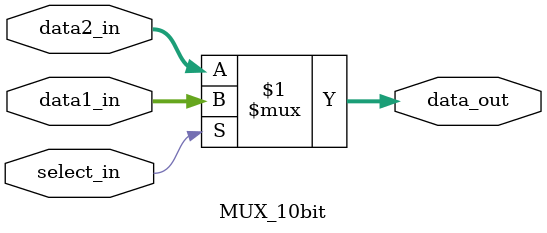
<source format=v>
module MUX_10bit(
	data1_in,
	data2_in,
	select_in,
	data_out
);

input	[9:0]	data1_in;
input	[9:0]	data2_in;
input	select_in;
output	[9:0]	data_out;

assign data_out = (select_in) ? data1_in : data2_in;

endmodule
</source>
